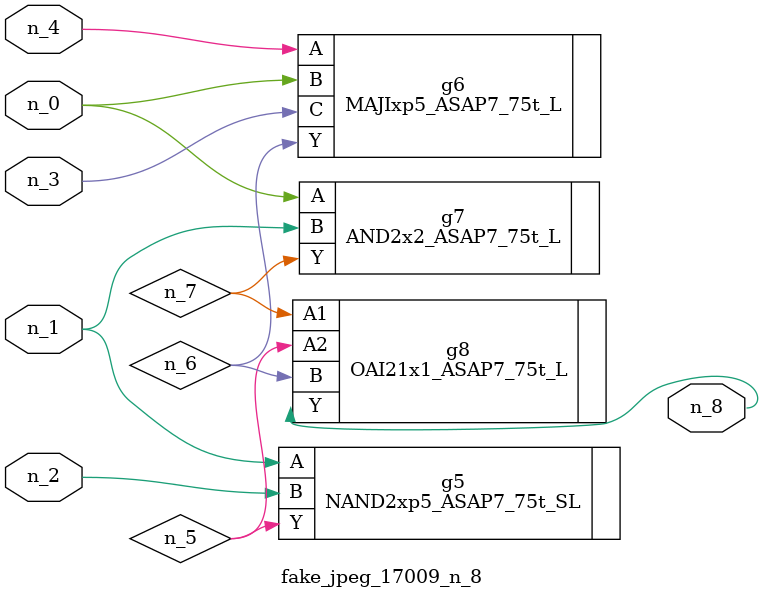
<source format=v>
module fake_jpeg_17009_n_8 (n_3, n_2, n_1, n_0, n_4, n_8);

input n_3;
input n_2;
input n_1;
input n_0;
input n_4;

output n_8;

wire n_6;
wire n_5;
wire n_7;

NAND2xp5_ASAP7_75t_SL g5 ( 
.A(n_1),
.B(n_2),
.Y(n_5)
);

MAJIxp5_ASAP7_75t_L g6 ( 
.A(n_4),
.B(n_0),
.C(n_3),
.Y(n_6)
);

AND2x2_ASAP7_75t_L g7 ( 
.A(n_0),
.B(n_1),
.Y(n_7)
);

OAI21x1_ASAP7_75t_L g8 ( 
.A1(n_7),
.A2(n_5),
.B(n_6),
.Y(n_8)
);


endmodule
</source>
